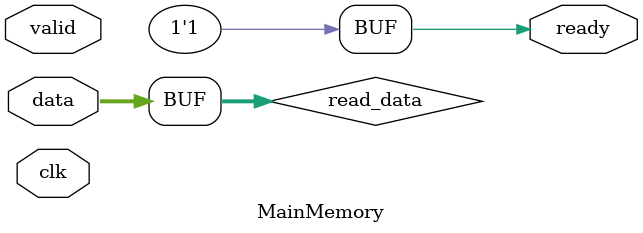
<source format=v>
module MainMemory (
  input wire clk,
  input wire valid,
  output wire ready,
  input wire [31:0] data
);
  // Parameters for main memory size
  parameter MEM_SIZE = 8192; // 8 KB
  parameter WORD_SIZE = 4;   // 4 bytes

  // Calculate the number of locations
  localparam NUM_LOCATIONS = MEM_SIZE / WORD_SIZE;

  // State and data arrays
  reg [31:0] memory [0:NUM_LOCATIONS-1];
  reg [31:0] read_data;
  reg valid_request;

  // Logic for main memory access
  always @(posedge clk) begin
    if (valid_request) begin
      // Read data from memory (simplified)
      read_data <= memory[data[31:0]/WORD_SIZE];

      // Additional logic for write operations (not implemented in detail)
      // For now, just set the memory location with the provided data
      memory[data[31:0]/WORD_SIZE] <= data[31:0];
    end
  end

  // Output data to the L1D Cache
  assign ready = 1; // This is simplified, and you might need more complex logic
  assign data = read_data;

endmodule

</source>
